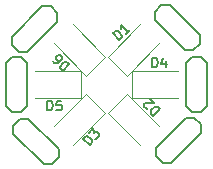
<source format=gto>
G04 #@! TF.GenerationSoftware,KiCad,Pcbnew,(5.99.0-8018-g9a0f685a75)*
G04 #@! TF.CreationDate,2021-11-19T00:05:57+10:30*
G04 #@! TF.ProjectId,ring_pcb,72696e67-5f70-4636-922e-6b696361645f,rev?*
G04 #@! TF.SameCoordinates,Original*
G04 #@! TF.FileFunction,Legend,Top*
G04 #@! TF.FilePolarity,Positive*
%FSLAX46Y46*%
G04 Gerber Fmt 4.6, Leading zero omitted, Abs format (unit mm)*
G04 Created by KiCad (PCBNEW (5.99.0-8018-g9a0f685a75)) date 2021-11-19 00:05:57*
%MOMM*%
%LPD*%
G01*
G04 APERTURE LIST*
%ADD10C,0.200000*%
%ADD11C,0.150000*%
%ADD12C,0.120000*%
G04 APERTURE END LIST*
D10*
X138251441Y-95271501D02*
X137685756Y-94705815D01*
X137820443Y-94571128D01*
X137928192Y-94517253D01*
X138035942Y-94517253D01*
X138116754Y-94544191D01*
X138251441Y-94625003D01*
X138332253Y-94705815D01*
X138413066Y-94840502D01*
X138440003Y-94921314D01*
X138440003Y-95029064D01*
X138386128Y-95136814D01*
X138251441Y-95271501D01*
X139113438Y-94409504D02*
X138790189Y-94732753D01*
X138951814Y-94571128D02*
X138386128Y-94005443D01*
X138413066Y-94140130D01*
X138413066Y-94247879D01*
X138386128Y-94328691D01*
X141660369Y-101109690D02*
X141094683Y-101675375D01*
X140959996Y-101540688D01*
X140906121Y-101432939D01*
X140906121Y-101325189D01*
X140933059Y-101244377D01*
X141013871Y-101109690D01*
X141094683Y-101028878D01*
X141229370Y-100948066D01*
X141310182Y-100921128D01*
X141417932Y-100921128D01*
X141525682Y-100975003D01*
X141660369Y-101109690D01*
X140609810Y-101082753D02*
X140555935Y-101082753D01*
X140475123Y-101055815D01*
X140340436Y-100921128D01*
X140313498Y-100840316D01*
X140313498Y-100786441D01*
X140340436Y-100705629D01*
X140394311Y-100651754D01*
X140502060Y-100597879D01*
X141148558Y-100597879D01*
X140798372Y-100247693D01*
X135745309Y-104195369D02*
X135179624Y-103629683D01*
X135314311Y-103494996D01*
X135422060Y-103441121D01*
X135529810Y-103441121D01*
X135610622Y-103468059D01*
X135745309Y-103548871D01*
X135826121Y-103629683D01*
X135906934Y-103764370D01*
X135933871Y-103845182D01*
X135933871Y-103952932D01*
X135879996Y-104060682D01*
X135745309Y-104195369D01*
X135691434Y-103117872D02*
X136041621Y-102767686D01*
X136068558Y-103171747D01*
X136149370Y-103090935D01*
X136230182Y-103063998D01*
X136284057Y-103063998D01*
X136364869Y-103090935D01*
X136499556Y-103225622D01*
X136526494Y-103306434D01*
X136526494Y-103360309D01*
X136499556Y-103441121D01*
X136337932Y-103602746D01*
X136257120Y-103629683D01*
X136203245Y-103629683D01*
X134006501Y-97333558D02*
X133440815Y-97899243D01*
X133306128Y-97764556D01*
X133252253Y-97656807D01*
X133252253Y-97549057D01*
X133279191Y-97468245D01*
X133360003Y-97333558D01*
X133440815Y-97252746D01*
X133575502Y-97171934D01*
X133656314Y-97144996D01*
X133764064Y-97144996D01*
X133871814Y-97198871D01*
X134006501Y-97333558D01*
X132632693Y-97091121D02*
X132740443Y-97198871D01*
X132821255Y-97225808D01*
X132875130Y-97225808D01*
X133009817Y-97198871D01*
X133144504Y-97118059D01*
X133360003Y-96902559D01*
X133386940Y-96821747D01*
X133386940Y-96767872D01*
X133360003Y-96687060D01*
X133252253Y-96579311D01*
X133171441Y-96552373D01*
X133117566Y-96552373D01*
X133036754Y-96579311D01*
X132902067Y-96713998D01*
X132875130Y-96794810D01*
X132875130Y-96848685D01*
X132902067Y-96929497D01*
X133009817Y-97037246D01*
X133090629Y-97064184D01*
X133144504Y-97064184D01*
X133225316Y-97037246D01*
X141014523Y-97601904D02*
X141014523Y-96801904D01*
X141205000Y-96801904D01*
X141319285Y-96840000D01*
X141395476Y-96916190D01*
X141433571Y-96992380D01*
X141471666Y-97144761D01*
X141471666Y-97259047D01*
X141433571Y-97411428D01*
X141395476Y-97487619D01*
X141319285Y-97563809D01*
X141205000Y-97601904D01*
X141014523Y-97601904D01*
X142157380Y-97068571D02*
X142157380Y-97601904D01*
X141966904Y-96763809D02*
X141776428Y-97335238D01*
X142271666Y-97335238D01*
X132124523Y-101241904D02*
X132124523Y-100441904D01*
X132315000Y-100441904D01*
X132429285Y-100480000D01*
X132505476Y-100556190D01*
X132543571Y-100632380D01*
X132581666Y-100784761D01*
X132581666Y-100899047D01*
X132543571Y-101051428D01*
X132505476Y-101127619D01*
X132429285Y-101203809D01*
X132315000Y-101241904D01*
X132124523Y-101241904D01*
X133305476Y-100441904D02*
X132924523Y-100441904D01*
X132886428Y-100822857D01*
X132924523Y-100784761D01*
X133000714Y-100746666D01*
X133191190Y-100746666D01*
X133267380Y-100784761D01*
X133305476Y-100822857D01*
X133343571Y-100899047D01*
X133343571Y-101089523D01*
X133305476Y-101165714D01*
X133267380Y-101203809D01*
X133191190Y-101241904D01*
X133000714Y-101241904D01*
X132924523Y-101203809D01*
X132886428Y-101165714D01*
D11*
X129838472Y-101967786D02*
X130545578Y-101967786D01*
X129272786Y-102533472D02*
X129838472Y-101967786D01*
X129272786Y-103240578D02*
X129272786Y-102533472D01*
X133091163Y-105220477D02*
X132525477Y-105786163D01*
X133091163Y-104513370D02*
X133091163Y-105220477D01*
X132525477Y-105786163D02*
X131818370Y-105786163D01*
X130545578Y-101967786D02*
X133091163Y-104513370D01*
X131818370Y-105786163D02*
X129272786Y-103240578D01*
D12*
X138886827Y-98303305D02*
X141633937Y-95556195D01*
X137281695Y-96698173D02*
X138886827Y-98303305D01*
X140028805Y-93951063D02*
X137281695Y-96698173D01*
D11*
X132982214Y-93715578D02*
X130436630Y-96261163D01*
X129729523Y-96261163D02*
X129163837Y-95695477D01*
X132416528Y-92442786D02*
X132982214Y-93008472D01*
X132982214Y-93008472D02*
X132982214Y-93715578D01*
X129163837Y-94988370D02*
X131709422Y-92442786D01*
X129163837Y-95695477D02*
X129163837Y-94988370D01*
X130436630Y-96261163D02*
X129729523Y-96261163D01*
X131709422Y-92442786D02*
X132416528Y-92442786D01*
X128640000Y-100860000D02*
X128640000Y-97260000D01*
X130440000Y-100860000D02*
X129940000Y-101360000D01*
X129140000Y-96760000D02*
X129940000Y-96760000D01*
X130440000Y-97260000D02*
X130440000Y-100860000D01*
X128640000Y-97260000D02*
X129140000Y-96760000D01*
X129140000Y-101360000D02*
X128640000Y-100860000D01*
X129940000Y-101360000D02*
X129140000Y-101360000D01*
X129940000Y-96760000D02*
X130440000Y-97260000D01*
D12*
X137281695Y-101421827D02*
X140028805Y-104168937D01*
X141633937Y-102563805D02*
X138886827Y-99816695D01*
X138886827Y-99816695D02*
X137281695Y-101421827D01*
X134291195Y-104168937D02*
X137038305Y-101421827D01*
X137038305Y-101421827D02*
X135433173Y-99816695D01*
X135433173Y-99816695D02*
X132686063Y-102563805D01*
X135433173Y-98303305D02*
X137038305Y-96698173D01*
X137038305Y-96698173D02*
X134291195Y-93951063D01*
X132686063Y-95556195D02*
X135433173Y-98303305D01*
D11*
X144380000Y-101360000D02*
X143880000Y-100860000D01*
X143880000Y-97260000D02*
X144380000Y-96760000D01*
X145180000Y-96760000D02*
X145680000Y-97260000D01*
X145680000Y-100860000D02*
X145180000Y-101360000D01*
X145680000Y-97260000D02*
X145680000Y-100860000D01*
X143880000Y-100860000D02*
X143880000Y-97260000D01*
X144380000Y-96760000D02*
X145180000Y-96760000D01*
X145180000Y-101360000D02*
X144380000Y-101360000D01*
D12*
X139320000Y-100195000D02*
X143205000Y-100195000D01*
X143205000Y-97925000D02*
X139320000Y-97925000D01*
X139320000Y-97925000D02*
X139320000Y-100195000D01*
D11*
X141337786Y-105111528D02*
X141337786Y-104404422D01*
X141903472Y-105677214D02*
X141337786Y-105111528D01*
X145156163Y-103131630D02*
X142610578Y-105677214D01*
X145156163Y-102424523D02*
X145156163Y-103131630D01*
X142610578Y-105677214D02*
X141903472Y-105677214D01*
X144590477Y-101858837D02*
X145156163Y-102424523D01*
X143883370Y-101858837D02*
X144590477Y-101858837D01*
X141337786Y-104404422D02*
X143883370Y-101858837D01*
D12*
X135000000Y-97925000D02*
X131115000Y-97925000D01*
X131115000Y-100195000D02*
X135000000Y-100195000D01*
X135000000Y-100195000D02*
X135000000Y-97925000D01*
D11*
X141794523Y-92333837D02*
X142501630Y-92333837D01*
X141228837Y-92899523D02*
X141794523Y-92333837D01*
X142501630Y-92333837D02*
X145047214Y-94879422D01*
X145047214Y-95586528D02*
X144481528Y-96152214D01*
X145047214Y-94879422D02*
X145047214Y-95586528D01*
X141228837Y-93606630D02*
X141228837Y-92899523D01*
X144481528Y-96152214D02*
X143774422Y-96152214D01*
X143774422Y-96152214D02*
X141228837Y-93606630D01*
M02*

</source>
